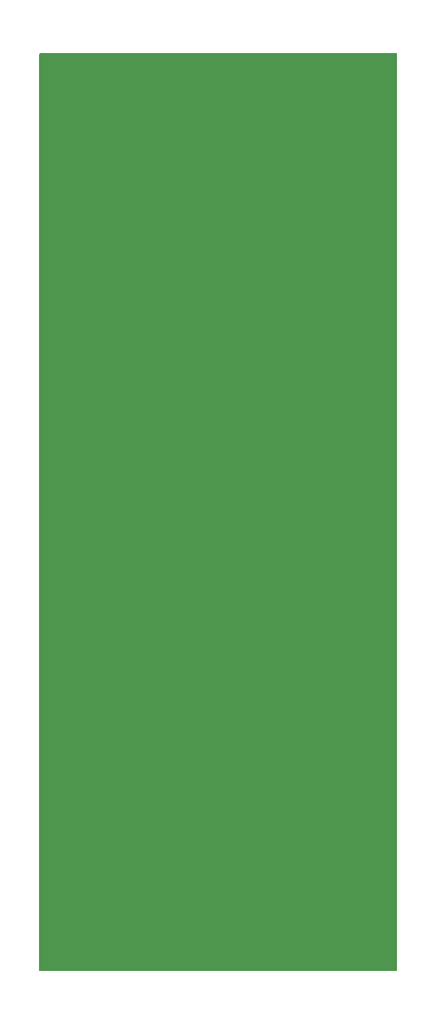
<source format=gbr>
%TF.GenerationSoftware,KiCad,Pcbnew,8.0.0*%
%TF.CreationDate,2024-04-17T18:49:56+02:00*%
%TF.ProjectId,4Channe_Mixer,34436861-6e6e-4655-9f4d-697865722e6b,rev?*%
%TF.SameCoordinates,Original*%
%TF.FileFunction,Copper,L2,Bot*%
%TF.FilePolarity,Positive*%
%FSLAX46Y46*%
G04 Gerber Fmt 4.6, Leading zero omitted, Abs format (unit mm)*
G04 Created by KiCad (PCBNEW 8.0.0) date 2024-04-17 18:49:56*
%MOMM*%
%LPD*%
G01*
G04 APERTURE LIST*
%TA.AperFunction,ViaPad*%
%ADD10C,7.000000*%
%TD*%
%TA.AperFunction,ViaPad*%
%ADD11C,8.000000*%
%TD*%
G04 APERTURE END LIST*
D10*
%TO.N,GND*%
X156850000Y-61735000D03*
X156850000Y-81735000D03*
X156850000Y-101735000D03*
X156850000Y-121735000D03*
X141850000Y-141735000D03*
D11*
X121850000Y-121735000D03*
X141350000Y-121735000D03*
X141850000Y-101735000D03*
X121850000Y-101735000D03*
X121850000Y-81735000D03*
X141850000Y-81735000D03*
X141850000Y-61735000D03*
X121850000Y-61735000D03*
%TD*%
%TA.AperFunction,Conductor*%
%TO.N,GND*%
G36*
X162992539Y-38570185D02*
G01*
X163038294Y-38622989D01*
X163049500Y-38674500D01*
X163049500Y-165825500D01*
X163029815Y-165892539D01*
X162977011Y-165938294D01*
X162925500Y-165949500D01*
X113474500Y-165949500D01*
X113407461Y-165929815D01*
X113361706Y-165877011D01*
X113350500Y-165825500D01*
X113350500Y-38674500D01*
X113370185Y-38607461D01*
X113422989Y-38561706D01*
X113474500Y-38550500D01*
X162925500Y-38550500D01*
X162992539Y-38570185D01*
G37*
%TD.AperFunction*%
%TD*%
M02*

</source>
